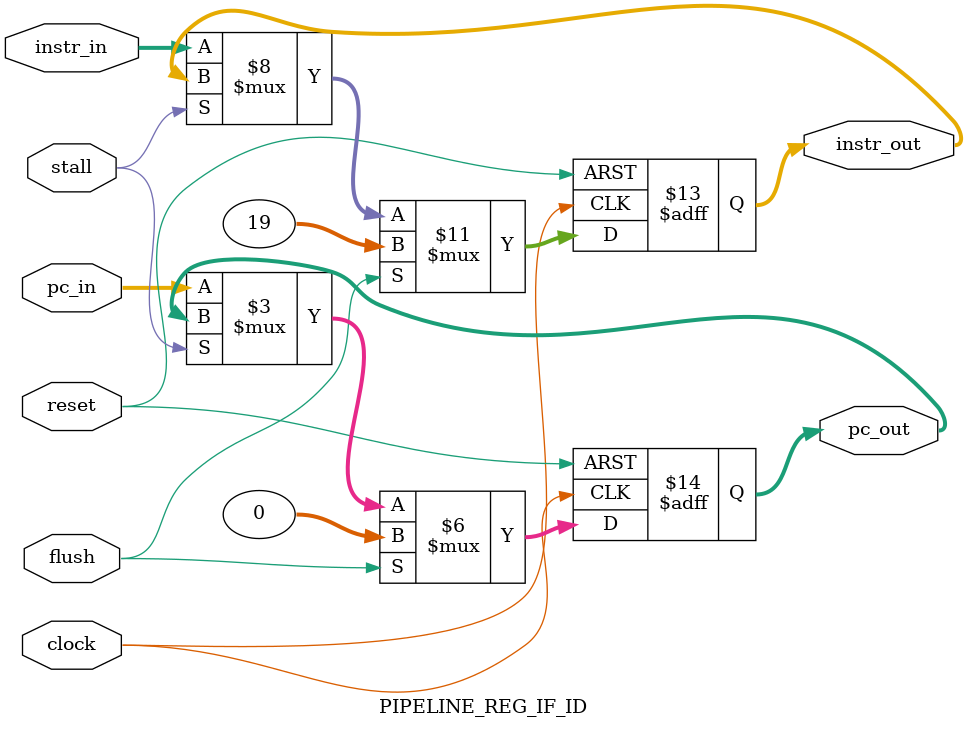
<source format=v>
module PIPELINE_REG_IF_ID (
    input clock,
    input reset,
    input flush,
    input stall,
    input [31:0] instr_in,
    input [31:0] pc_in,
    output reg [31:0] instr_out,
    output reg [31:0] pc_out
);

    // NOP instruction (ADDI x0, x0, 0)
    localparam NOP = 32'h00000013;

    always @(posedge clock or posedge reset) begin
        if (reset) begin
            // Reset: khởi tạo với NOP
            instr_out <= NOP;
            pc_out <= 32'h00000000;
        end
        else if (flush) begin
            // Flush: chèn NOP vào pipeline (xóa instruction hiện tại)
            instr_out <= NOP;
            pc_out <= 32'h00000000;
        end
        else if (!stall) begin
            // Normal operation: cập nhật khi không bị stall
            instr_out <= instr_in;
            pc_out <= pc_in;
        end
        // Nếu stall=1: giữ nguyên giá trị (không có else)
    end

endmodule
</source>
